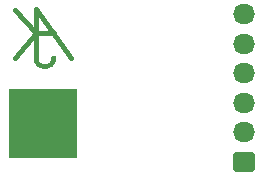
<source format=gbr>
%TF.GenerationSoftware,KiCad,Pcbnew,(6.0.2-0)*%
%TF.CreationDate,2022-03-06T07:34:14+00:00*%
%TF.ProjectId,L86,4c38362e-6b69-4636-9164-5f7063625858,rev?*%
%TF.SameCoordinates,Original*%
%TF.FileFunction,Soldermask,Bot*%
%TF.FilePolarity,Negative*%
%FSLAX46Y46*%
G04 Gerber Fmt 4.6, Leading zero omitted, Abs format (unit mm)*
G04 Created by KiCad (PCBNEW (6.0.2-0)) date 2022-03-06 07:34:14*
%MOMM*%
%LPD*%
G01*
G04 APERTURE LIST*
G04 Aperture macros list*
%AMRoundRect*
0 Rectangle with rounded corners*
0 $1 Rounding radius*
0 $2 $3 $4 $5 $6 $7 $8 $9 X,Y pos of 4 corners*
0 Add a 4 corners polygon primitive as box body*
4,1,4,$2,$3,$4,$5,$6,$7,$8,$9,$2,$3,0*
0 Add four circle primitives for the rounded corners*
1,1,$1+$1,$2,$3*
1,1,$1+$1,$4,$5*
1,1,$1+$1,$6,$7*
1,1,$1+$1,$8,$9*
0 Add four rect primitives between the rounded corners*
20,1,$1+$1,$2,$3,$4,$5,0*
20,1,$1+$1,$4,$5,$6,$7,0*
20,1,$1+$1,$6,$7,$8,$9,0*
20,1,$1+$1,$8,$9,$2,$3,0*%
G04 Aperture macros list end*
%ADD10C,0.450000*%
%ADD11RoundRect,0.250000X0.675000X-0.600000X0.675000X0.600000X-0.675000X0.600000X-0.675000X-0.600000X0*%
%ADD12O,1.850000X1.700000*%
G04 APERTURE END LIST*
D10*
%TO.C,Logo1*%
X99400000Y-95375000D02*
X100900000Y-95375000D01*
X99400000Y-95375000D02*
X97600000Y-97475000D01*
X99400000Y-93275000D02*
X102400000Y-97475000D01*
X97600000Y-93375000D02*
X99400000Y-95375000D01*
X99400000Y-93275000D02*
X99400000Y-97475000D01*
X99400000Y-97475000D02*
G75*
G03*
X100900000Y-97475000I750000J0D01*
G01*
%TO.C,U2*%
G36*
X102900000Y-105900000D02*
G01*
X97100000Y-105900000D01*
X97100000Y-100100000D01*
X102900000Y-100100000D01*
X102900000Y-105900000D01*
G37*
%TD*%
D11*
%TO.C,J1*%
X117000000Y-106250000D03*
D12*
X117000000Y-103750000D03*
X117000000Y-101250000D03*
X117000000Y-98750000D03*
X117000000Y-96250000D03*
X117000000Y-93750000D03*
%TD*%
M02*

</source>
